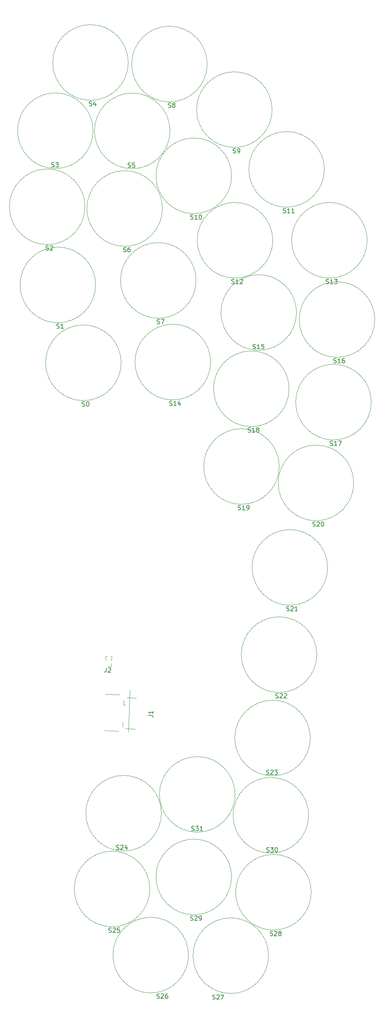
<source format=gto>
G04 #@! TF.GenerationSoftware,KiCad,Pcbnew,(5.0.0)*
G04 #@! TF.CreationDate,2020-01-12T10:50:59+01:00*
G04 #@! TF.ProjectId,Insole_PCB,496E736F6C655F5043422E6B69636164,rev?*
G04 #@! TF.SameCoordinates,Original*
G04 #@! TF.FileFunction,Legend,Top*
G04 #@! TF.FilePolarity,Positive*
%FSLAX46Y46*%
G04 Gerber Fmt 4.6, Leading zero omitted, Abs format (unit mm)*
G04 Created by KiCad (PCBNEW (5.0.0)) date 01/12/20 10:50:59*
%MOMM*%
%LPD*%
G01*
G04 APERTURE LIST*
%ADD10C,0.100000*%
%ADD11C,0.120000*%
%ADD12C,0.010000*%
%ADD13C,0.150000*%
G04 APERTURE END LIST*
D10*
G04 #@! TO.C,S4*
X191359453Y-57890707D02*
G75*
G03X191359453Y-57890707I-8500000J0D01*
G01*
G04 #@! TO.C,S9*
X223719453Y-68480707D02*
G75*
G03X223719453Y-68480707I-8500000J0D01*
G01*
D11*
G04 #@! TO.C,J2*
X187504977Y-193592519D02*
X186811670Y-193544038D01*
X187552760Y-192909188D02*
X187504977Y-193592519D01*
X186300442Y-192134944D02*
X186213929Y-192128895D01*
X187600543Y-192225856D02*
X187514030Y-192219807D01*
X186213929Y-192128895D02*
X186274966Y-191256026D01*
X187600543Y-192225856D02*
X187661580Y-191352988D01*
X186574741Y-191276989D02*
X186274966Y-191256026D01*
X187661580Y-191352988D02*
X187361805Y-191332026D01*
D12*
G04 #@! TO.C,J1*
X191037937Y-200592742D02*
X193186628Y-200667776D01*
X190747161Y-207486794D02*
X192945821Y-207563573D01*
X191420560Y-208260767D02*
X191746871Y-198916462D01*
D11*
X186213577Y-199773875D02*
X189441609Y-199886601D01*
X190328814Y-201128320D02*
X190291123Y-202207662D01*
X190144672Y-206114932D02*
X190106980Y-207194274D01*
X185927401Y-207968880D02*
X189155433Y-208081606D01*
X190291123Y-202207662D02*
X190720861Y-202222669D01*
D10*
G04 #@! TO.C,S0*
X189759453Y-125350707D02*
G75*
G03X189759453Y-125350707I-8500000J0D01*
G01*
G04 #@! TO.C,S1*
X184019453Y-107860707D02*
G75*
G03X184019453Y-107860707I-8500000J0D01*
G01*
G04 #@! TO.C,S2*
X181619453Y-90310707D02*
G75*
G03X181619453Y-90310707I-8500000J0D01*
G01*
G04 #@! TO.C,S3*
X183449453Y-73220707D02*
G75*
G03X183449453Y-73220707I-8500000J0D01*
G01*
G04 #@! TO.C,S5*
X200749453Y-73260707D02*
G75*
G03X200749453Y-73260707I-8500000J0D01*
G01*
G04 #@! TO.C,S6*
X199049453Y-90690707D02*
G75*
G03X199049453Y-90690707I-8500000J0D01*
G01*
G04 #@! TO.C,S7*
X206609453Y-106850707D02*
G75*
G03X206609453Y-106850707I-8500000J0D01*
G01*
G04 #@! TO.C,S8*
X209119453Y-58240707D02*
G75*
G03X209119453Y-58240707I-8500000J0D01*
G01*
G04 #@! TO.C,S10*
X214599453Y-83350707D02*
G75*
G03X214599453Y-83350707I-8500000J0D01*
G01*
G04 #@! TO.C,S11*
X235459453Y-81900707D02*
G75*
G03X235459453Y-81900707I-8500000J0D01*
G01*
G04 #@! TO.C,S12*
X223859453Y-97830707D02*
G75*
G03X223859453Y-97830707I-8500000J0D01*
G01*
G04 #@! TO.C,S13*
X245099453Y-97830707D02*
G75*
G03X245099453Y-97830707I-8500000J0D01*
G01*
G04 #@! TO.C,S14*
X209879453Y-125190707D02*
G75*
G03X209879453Y-125190707I-8500000J0D01*
G01*
G04 #@! TO.C,S15*
X229199453Y-114060707D02*
G75*
G03X229199453Y-114060707I-8500000J0D01*
G01*
G04 #@! TO.C,S16*
X246799453Y-115640707D02*
G75*
G03X246799453Y-115640707I-8500000J0D01*
G01*
G04 #@! TO.C,S17*
X246009453Y-134190707D02*
G75*
G03X246009453Y-134190707I-8500000J0D01*
G01*
G04 #@! TO.C,S18*
X227529453Y-131190707D02*
G75*
G03X227529453Y-131190707I-8500000J0D01*
G01*
G04 #@! TO.C,S19*
X225309453Y-148650707D02*
G75*
G03X225309453Y-148650707I-8500000J0D01*
G01*
G04 #@! TO.C,S20*
X242069453Y-152340707D02*
G75*
G03X242069453Y-152340707I-8500000J0D01*
G01*
G04 #@! TO.C,S21*
X236199453Y-171330707D02*
G75*
G03X236199453Y-171330707I-8500000J0D01*
G01*
G04 #@! TO.C,S22*
X233759453Y-190920707D02*
G75*
G03X233759453Y-190920707I-8500000J0D01*
G01*
G04 #@! TO.C,S23*
X232309453Y-209640707D02*
G75*
G03X232309453Y-209640707I-8500000J0D01*
G01*
G04 #@! TO.C,S24*
X198809453Y-226540707D02*
G75*
G03X198809453Y-226540707I-8500000J0D01*
G01*
G04 #@! TO.C,S25*
X196209453Y-243560707D02*
G75*
G03X196209453Y-243560707I-8500000J0D01*
G01*
G04 #@! TO.C,S26*
X204899453Y-258410707D02*
G75*
G03X204899453Y-258410707I-8500000J0D01*
G01*
G04 #@! TO.C,S27*
X222909453Y-258540707D02*
G75*
G03X222909453Y-258540707I-8500000J0D01*
G01*
G04 #@! TO.C,S28*
X232499453Y-244290707D02*
G75*
G03X232499453Y-244290707I-8500000J0D01*
G01*
G04 #@! TO.C,S29*
X214589453Y-240860707D02*
G75*
G03X214589453Y-240860707I-8500000J0D01*
G01*
G04 #@! TO.C,S30*
X231929453Y-227010707D02*
G75*
G03X231929453Y-227010707I-8500000J0D01*
G01*
G04 #@! TO.C,S31*
X215369453Y-222320707D02*
G75*
G03X215369453Y-222320707I-8500000J0D01*
G01*
G04 #@! TO.C,S4*
D13*
X182597548Y-67595468D02*
X182740405Y-67643087D01*
X182978500Y-67643087D01*
X183073738Y-67595468D01*
X183121357Y-67547849D01*
X183168976Y-67452611D01*
X183168976Y-67357373D01*
X183121357Y-67262135D01*
X183073738Y-67214516D01*
X182978500Y-67166897D01*
X182788024Y-67119278D01*
X182692786Y-67071659D01*
X182645167Y-67024040D01*
X182597548Y-66928802D01*
X182597548Y-66833564D01*
X182645167Y-66738326D01*
X182692786Y-66690707D01*
X182788024Y-66643087D01*
X183026119Y-66643087D01*
X183168976Y-66690707D01*
X184026119Y-66976421D02*
X184026119Y-67643087D01*
X183788024Y-66595468D02*
X183549929Y-67309754D01*
X184168976Y-67309754D01*
G04 #@! TO.C,S9*
X214957548Y-78185468D02*
X215100405Y-78233087D01*
X215338500Y-78233087D01*
X215433738Y-78185468D01*
X215481357Y-78137849D01*
X215528976Y-78042611D01*
X215528976Y-77947373D01*
X215481357Y-77852135D01*
X215433738Y-77804516D01*
X215338500Y-77756897D01*
X215148024Y-77709278D01*
X215052786Y-77661659D01*
X215005167Y-77614040D01*
X214957548Y-77518802D01*
X214957548Y-77423564D01*
X215005167Y-77328326D01*
X215052786Y-77280707D01*
X215148024Y-77233087D01*
X215386119Y-77233087D01*
X215528976Y-77280707D01*
X216005167Y-78233087D02*
X216195643Y-78233087D01*
X216290881Y-78185468D01*
X216338500Y-78137849D01*
X216433738Y-77994992D01*
X216481357Y-77804516D01*
X216481357Y-77423564D01*
X216433738Y-77328326D01*
X216386119Y-77280707D01*
X216290881Y-77233087D01*
X216100405Y-77233087D01*
X216005167Y-77280707D01*
X215957548Y-77328326D01*
X215909929Y-77423564D01*
X215909929Y-77661659D01*
X215957548Y-77756897D01*
X216005167Y-77804516D01*
X216100405Y-77852135D01*
X216290881Y-77852135D01*
X216386119Y-77804516D01*
X216433738Y-77756897D01*
X216481357Y-77661659D01*
G04 #@! TO.C,J2*
X186456311Y-193847369D02*
X186406485Y-194559915D01*
X186349017Y-194699102D01*
X186247367Y-194787465D01*
X186101536Y-194825003D01*
X186006530Y-194818359D01*
X186877195Y-193972271D02*
X186928020Y-193928090D01*
X187026348Y-193887230D01*
X187263863Y-193903839D01*
X187355547Y-193957985D01*
X187399729Y-194008810D01*
X187440588Y-194107138D01*
X187433945Y-194202144D01*
X187376476Y-194341331D01*
X186766579Y-194871507D01*
X187384119Y-194914690D01*
G04 #@! TO.C,J1*
X195905234Y-204548351D02*
X196619084Y-204573279D01*
X196760193Y-204625855D01*
X196852049Y-204724359D01*
X196894653Y-204868791D01*
X196891330Y-204963971D01*
X196939524Y-203583860D02*
X196919582Y-204154940D01*
X196929553Y-203869400D02*
X195930162Y-203834501D01*
X196069608Y-203934666D01*
X196161465Y-204033170D01*
X196205731Y-204130012D01*
G04 #@! TO.C,S0*
X180997548Y-135055468D02*
X181140405Y-135103087D01*
X181378500Y-135103087D01*
X181473738Y-135055468D01*
X181521357Y-135007849D01*
X181568976Y-134912611D01*
X181568976Y-134817373D01*
X181521357Y-134722135D01*
X181473738Y-134674516D01*
X181378500Y-134626897D01*
X181188024Y-134579278D01*
X181092786Y-134531659D01*
X181045167Y-134484040D01*
X180997548Y-134388802D01*
X180997548Y-134293564D01*
X181045167Y-134198326D01*
X181092786Y-134150707D01*
X181188024Y-134103087D01*
X181426119Y-134103087D01*
X181568976Y-134150707D01*
X182188024Y-134103087D02*
X182283262Y-134103087D01*
X182378500Y-134150707D01*
X182426119Y-134198326D01*
X182473738Y-134293564D01*
X182521357Y-134484040D01*
X182521357Y-134722135D01*
X182473738Y-134912611D01*
X182426119Y-135007849D01*
X182378500Y-135055468D01*
X182283262Y-135103087D01*
X182188024Y-135103087D01*
X182092786Y-135055468D01*
X182045167Y-135007849D01*
X181997548Y-134912611D01*
X181949929Y-134722135D01*
X181949929Y-134484040D01*
X181997548Y-134293564D01*
X182045167Y-134198326D01*
X182092786Y-134150707D01*
X182188024Y-134103087D01*
G04 #@! TO.C,S1*
X175257548Y-117565468D02*
X175400405Y-117613087D01*
X175638500Y-117613087D01*
X175733738Y-117565468D01*
X175781357Y-117517849D01*
X175828976Y-117422611D01*
X175828976Y-117327373D01*
X175781357Y-117232135D01*
X175733738Y-117184516D01*
X175638500Y-117136897D01*
X175448024Y-117089278D01*
X175352786Y-117041659D01*
X175305167Y-116994040D01*
X175257548Y-116898802D01*
X175257548Y-116803564D01*
X175305167Y-116708326D01*
X175352786Y-116660707D01*
X175448024Y-116613087D01*
X175686119Y-116613087D01*
X175828976Y-116660707D01*
X176781357Y-117613087D02*
X176209929Y-117613087D01*
X176495643Y-117613087D02*
X176495643Y-116613087D01*
X176400405Y-116755945D01*
X176305167Y-116851183D01*
X176209929Y-116898802D01*
G04 #@! TO.C,S2*
X172857548Y-100015468D02*
X173000405Y-100063087D01*
X173238500Y-100063087D01*
X173333738Y-100015468D01*
X173381357Y-99967849D01*
X173428976Y-99872611D01*
X173428976Y-99777373D01*
X173381357Y-99682135D01*
X173333738Y-99634516D01*
X173238500Y-99586897D01*
X173048024Y-99539278D01*
X172952786Y-99491659D01*
X172905167Y-99444040D01*
X172857548Y-99348802D01*
X172857548Y-99253564D01*
X172905167Y-99158326D01*
X172952786Y-99110707D01*
X173048024Y-99063087D01*
X173286119Y-99063087D01*
X173428976Y-99110707D01*
X173809929Y-99158326D02*
X173857548Y-99110707D01*
X173952786Y-99063087D01*
X174190881Y-99063087D01*
X174286119Y-99110707D01*
X174333738Y-99158326D01*
X174381357Y-99253564D01*
X174381357Y-99348802D01*
X174333738Y-99491659D01*
X173762310Y-100063087D01*
X174381357Y-100063087D01*
G04 #@! TO.C,S3*
X174127548Y-81325468D02*
X174270405Y-81373087D01*
X174508500Y-81373087D01*
X174603738Y-81325468D01*
X174651357Y-81277849D01*
X174698976Y-81182611D01*
X174698976Y-81087373D01*
X174651357Y-80992135D01*
X174603738Y-80944516D01*
X174508500Y-80896897D01*
X174318024Y-80849278D01*
X174222786Y-80801659D01*
X174175167Y-80754040D01*
X174127548Y-80658802D01*
X174127548Y-80563564D01*
X174175167Y-80468326D01*
X174222786Y-80420707D01*
X174318024Y-80373087D01*
X174556119Y-80373087D01*
X174698976Y-80420707D01*
X175032310Y-80373087D02*
X175651357Y-80373087D01*
X175318024Y-80754040D01*
X175460881Y-80754040D01*
X175556119Y-80801659D01*
X175603738Y-80849278D01*
X175651357Y-80944516D01*
X175651357Y-81182611D01*
X175603738Y-81277849D01*
X175556119Y-81325468D01*
X175460881Y-81373087D01*
X175175167Y-81373087D01*
X175079929Y-81325468D01*
X175032310Y-81277849D01*
G04 #@! TO.C,S5*
X191317548Y-81425468D02*
X191460405Y-81473087D01*
X191698500Y-81473087D01*
X191793738Y-81425468D01*
X191841357Y-81377849D01*
X191888976Y-81282611D01*
X191888976Y-81187373D01*
X191841357Y-81092135D01*
X191793738Y-81044516D01*
X191698500Y-80996897D01*
X191508024Y-80949278D01*
X191412786Y-80901659D01*
X191365167Y-80854040D01*
X191317548Y-80758802D01*
X191317548Y-80663564D01*
X191365167Y-80568326D01*
X191412786Y-80520707D01*
X191508024Y-80473087D01*
X191746119Y-80473087D01*
X191888976Y-80520707D01*
X192793738Y-80473087D02*
X192317548Y-80473087D01*
X192269929Y-80949278D01*
X192317548Y-80901659D01*
X192412786Y-80854040D01*
X192650881Y-80854040D01*
X192746119Y-80901659D01*
X192793738Y-80949278D01*
X192841357Y-81044516D01*
X192841357Y-81282611D01*
X192793738Y-81377849D01*
X192746119Y-81425468D01*
X192650881Y-81473087D01*
X192412786Y-81473087D01*
X192317548Y-81425468D01*
X192269929Y-81377849D01*
G04 #@! TO.C,S6*
X190287548Y-100395468D02*
X190430405Y-100443087D01*
X190668500Y-100443087D01*
X190763738Y-100395468D01*
X190811357Y-100347849D01*
X190858976Y-100252611D01*
X190858976Y-100157373D01*
X190811357Y-100062135D01*
X190763738Y-100014516D01*
X190668500Y-99966897D01*
X190478024Y-99919278D01*
X190382786Y-99871659D01*
X190335167Y-99824040D01*
X190287548Y-99728802D01*
X190287548Y-99633564D01*
X190335167Y-99538326D01*
X190382786Y-99490707D01*
X190478024Y-99443087D01*
X190716119Y-99443087D01*
X190858976Y-99490707D01*
X191716119Y-99443087D02*
X191525643Y-99443087D01*
X191430405Y-99490707D01*
X191382786Y-99538326D01*
X191287548Y-99681183D01*
X191239929Y-99871659D01*
X191239929Y-100252611D01*
X191287548Y-100347849D01*
X191335167Y-100395468D01*
X191430405Y-100443087D01*
X191620881Y-100443087D01*
X191716119Y-100395468D01*
X191763738Y-100347849D01*
X191811357Y-100252611D01*
X191811357Y-100014516D01*
X191763738Y-99919278D01*
X191716119Y-99871659D01*
X191620881Y-99824040D01*
X191430405Y-99824040D01*
X191335167Y-99871659D01*
X191287548Y-99919278D01*
X191239929Y-100014516D01*
G04 #@! TO.C,S7*
X197847548Y-116555468D02*
X197990405Y-116603087D01*
X198228500Y-116603087D01*
X198323738Y-116555468D01*
X198371357Y-116507849D01*
X198418976Y-116412611D01*
X198418976Y-116317373D01*
X198371357Y-116222135D01*
X198323738Y-116174516D01*
X198228500Y-116126897D01*
X198038024Y-116079278D01*
X197942786Y-116031659D01*
X197895167Y-115984040D01*
X197847548Y-115888802D01*
X197847548Y-115793564D01*
X197895167Y-115698326D01*
X197942786Y-115650707D01*
X198038024Y-115603087D01*
X198276119Y-115603087D01*
X198418976Y-115650707D01*
X198752310Y-115603087D02*
X199418976Y-115603087D01*
X198990405Y-116603087D01*
G04 #@! TO.C,S8*
X200357548Y-67945468D02*
X200500405Y-67993087D01*
X200738500Y-67993087D01*
X200833738Y-67945468D01*
X200881357Y-67897849D01*
X200928976Y-67802611D01*
X200928976Y-67707373D01*
X200881357Y-67612135D01*
X200833738Y-67564516D01*
X200738500Y-67516897D01*
X200548024Y-67469278D01*
X200452786Y-67421659D01*
X200405167Y-67374040D01*
X200357548Y-67278802D01*
X200357548Y-67183564D01*
X200405167Y-67088326D01*
X200452786Y-67040707D01*
X200548024Y-66993087D01*
X200786119Y-66993087D01*
X200928976Y-67040707D01*
X201500405Y-67421659D02*
X201405167Y-67374040D01*
X201357548Y-67326421D01*
X201309929Y-67231183D01*
X201309929Y-67183564D01*
X201357548Y-67088326D01*
X201405167Y-67040707D01*
X201500405Y-66993087D01*
X201690881Y-66993087D01*
X201786119Y-67040707D01*
X201833738Y-67088326D01*
X201881357Y-67183564D01*
X201881357Y-67231183D01*
X201833738Y-67326421D01*
X201786119Y-67374040D01*
X201690881Y-67421659D01*
X201500405Y-67421659D01*
X201405167Y-67469278D01*
X201357548Y-67516897D01*
X201309929Y-67612135D01*
X201309929Y-67802611D01*
X201357548Y-67897849D01*
X201405167Y-67945468D01*
X201500405Y-67993087D01*
X201690881Y-67993087D01*
X201786119Y-67945468D01*
X201833738Y-67897849D01*
X201881357Y-67802611D01*
X201881357Y-67612135D01*
X201833738Y-67516897D01*
X201786119Y-67469278D01*
X201690881Y-67421659D01*
G04 #@! TO.C,S10*
X205361357Y-93055468D02*
X205504214Y-93103087D01*
X205742310Y-93103087D01*
X205837548Y-93055468D01*
X205885167Y-93007849D01*
X205932786Y-92912611D01*
X205932786Y-92817373D01*
X205885167Y-92722135D01*
X205837548Y-92674516D01*
X205742310Y-92626897D01*
X205551833Y-92579278D01*
X205456595Y-92531659D01*
X205408976Y-92484040D01*
X205361357Y-92388802D01*
X205361357Y-92293564D01*
X205408976Y-92198326D01*
X205456595Y-92150707D01*
X205551833Y-92103087D01*
X205789929Y-92103087D01*
X205932786Y-92150707D01*
X206885167Y-93103087D02*
X206313738Y-93103087D01*
X206599453Y-93103087D02*
X206599453Y-92103087D01*
X206504214Y-92245945D01*
X206408976Y-92341183D01*
X206313738Y-92388802D01*
X207504214Y-92103087D02*
X207599453Y-92103087D01*
X207694691Y-92150707D01*
X207742310Y-92198326D01*
X207789929Y-92293564D01*
X207837548Y-92484040D01*
X207837548Y-92722135D01*
X207789929Y-92912611D01*
X207742310Y-93007849D01*
X207694691Y-93055468D01*
X207599453Y-93103087D01*
X207504214Y-93103087D01*
X207408976Y-93055468D01*
X207361357Y-93007849D01*
X207313738Y-92912611D01*
X207266119Y-92722135D01*
X207266119Y-92484040D01*
X207313738Y-92293564D01*
X207361357Y-92198326D01*
X207408976Y-92150707D01*
X207504214Y-92103087D01*
G04 #@! TO.C,S11*
X226221357Y-91605468D02*
X226364214Y-91653087D01*
X226602310Y-91653087D01*
X226697548Y-91605468D01*
X226745167Y-91557849D01*
X226792786Y-91462611D01*
X226792786Y-91367373D01*
X226745167Y-91272135D01*
X226697548Y-91224516D01*
X226602310Y-91176897D01*
X226411833Y-91129278D01*
X226316595Y-91081659D01*
X226268976Y-91034040D01*
X226221357Y-90938802D01*
X226221357Y-90843564D01*
X226268976Y-90748326D01*
X226316595Y-90700707D01*
X226411833Y-90653087D01*
X226649929Y-90653087D01*
X226792786Y-90700707D01*
X227745167Y-91653087D02*
X227173738Y-91653087D01*
X227459453Y-91653087D02*
X227459453Y-90653087D01*
X227364214Y-90795945D01*
X227268976Y-90891183D01*
X227173738Y-90938802D01*
X228697548Y-91653087D02*
X228126119Y-91653087D01*
X228411833Y-91653087D02*
X228411833Y-90653087D01*
X228316595Y-90795945D01*
X228221357Y-90891183D01*
X228126119Y-90938802D01*
G04 #@! TO.C,S12*
X214621357Y-107535468D02*
X214764214Y-107583087D01*
X215002310Y-107583087D01*
X215097548Y-107535468D01*
X215145167Y-107487849D01*
X215192786Y-107392611D01*
X215192786Y-107297373D01*
X215145167Y-107202135D01*
X215097548Y-107154516D01*
X215002310Y-107106897D01*
X214811833Y-107059278D01*
X214716595Y-107011659D01*
X214668976Y-106964040D01*
X214621357Y-106868802D01*
X214621357Y-106773564D01*
X214668976Y-106678326D01*
X214716595Y-106630707D01*
X214811833Y-106583087D01*
X215049929Y-106583087D01*
X215192786Y-106630707D01*
X216145167Y-107583087D02*
X215573738Y-107583087D01*
X215859453Y-107583087D02*
X215859453Y-106583087D01*
X215764214Y-106725945D01*
X215668976Y-106821183D01*
X215573738Y-106868802D01*
X216526119Y-106678326D02*
X216573738Y-106630707D01*
X216668976Y-106583087D01*
X216907072Y-106583087D01*
X217002310Y-106630707D01*
X217049929Y-106678326D01*
X217097548Y-106773564D01*
X217097548Y-106868802D01*
X217049929Y-107011659D01*
X216478500Y-107583087D01*
X217097548Y-107583087D01*
G04 #@! TO.C,S13*
X235861357Y-107535468D02*
X236004214Y-107583087D01*
X236242310Y-107583087D01*
X236337548Y-107535468D01*
X236385167Y-107487849D01*
X236432786Y-107392611D01*
X236432786Y-107297373D01*
X236385167Y-107202135D01*
X236337548Y-107154516D01*
X236242310Y-107106897D01*
X236051833Y-107059278D01*
X235956595Y-107011659D01*
X235908976Y-106964040D01*
X235861357Y-106868802D01*
X235861357Y-106773564D01*
X235908976Y-106678326D01*
X235956595Y-106630707D01*
X236051833Y-106583087D01*
X236289929Y-106583087D01*
X236432786Y-106630707D01*
X237385167Y-107583087D02*
X236813738Y-107583087D01*
X237099453Y-107583087D02*
X237099453Y-106583087D01*
X237004214Y-106725945D01*
X236908976Y-106821183D01*
X236813738Y-106868802D01*
X237718500Y-106583087D02*
X238337548Y-106583087D01*
X238004214Y-106964040D01*
X238147072Y-106964040D01*
X238242310Y-107011659D01*
X238289929Y-107059278D01*
X238337548Y-107154516D01*
X238337548Y-107392611D01*
X238289929Y-107487849D01*
X238242310Y-107535468D01*
X238147072Y-107583087D01*
X237861357Y-107583087D01*
X237766119Y-107535468D01*
X237718500Y-107487849D01*
G04 #@! TO.C,S14*
X200641357Y-134895468D02*
X200784214Y-134943087D01*
X201022310Y-134943087D01*
X201117548Y-134895468D01*
X201165167Y-134847849D01*
X201212786Y-134752611D01*
X201212786Y-134657373D01*
X201165167Y-134562135D01*
X201117548Y-134514516D01*
X201022310Y-134466897D01*
X200831833Y-134419278D01*
X200736595Y-134371659D01*
X200688976Y-134324040D01*
X200641357Y-134228802D01*
X200641357Y-134133564D01*
X200688976Y-134038326D01*
X200736595Y-133990707D01*
X200831833Y-133943087D01*
X201069929Y-133943087D01*
X201212786Y-133990707D01*
X202165167Y-134943087D02*
X201593738Y-134943087D01*
X201879453Y-134943087D02*
X201879453Y-133943087D01*
X201784214Y-134085945D01*
X201688976Y-134181183D01*
X201593738Y-134228802D01*
X203022310Y-134276421D02*
X203022310Y-134943087D01*
X202784214Y-133895468D02*
X202546119Y-134609754D01*
X203165167Y-134609754D01*
G04 #@! TO.C,S15*
X219421357Y-122155468D02*
X219564214Y-122203087D01*
X219802310Y-122203087D01*
X219897548Y-122155468D01*
X219945167Y-122107849D01*
X219992786Y-122012611D01*
X219992786Y-121917373D01*
X219945167Y-121822135D01*
X219897548Y-121774516D01*
X219802310Y-121726897D01*
X219611833Y-121679278D01*
X219516595Y-121631659D01*
X219468976Y-121584040D01*
X219421357Y-121488802D01*
X219421357Y-121393564D01*
X219468976Y-121298326D01*
X219516595Y-121250707D01*
X219611833Y-121203087D01*
X219849929Y-121203087D01*
X219992786Y-121250707D01*
X220945167Y-122203087D02*
X220373738Y-122203087D01*
X220659453Y-122203087D02*
X220659453Y-121203087D01*
X220564214Y-121345945D01*
X220468976Y-121441183D01*
X220373738Y-121488802D01*
X221849929Y-121203087D02*
X221373738Y-121203087D01*
X221326119Y-121679278D01*
X221373738Y-121631659D01*
X221468976Y-121584040D01*
X221707072Y-121584040D01*
X221802310Y-121631659D01*
X221849929Y-121679278D01*
X221897548Y-121774516D01*
X221897548Y-122012611D01*
X221849929Y-122107849D01*
X221802310Y-122155468D01*
X221707072Y-122203087D01*
X221468976Y-122203087D01*
X221373738Y-122155468D01*
X221326119Y-122107849D01*
G04 #@! TO.C,S16*
X237561357Y-125345468D02*
X237704214Y-125393087D01*
X237942310Y-125393087D01*
X238037548Y-125345468D01*
X238085167Y-125297849D01*
X238132786Y-125202611D01*
X238132786Y-125107373D01*
X238085167Y-125012135D01*
X238037548Y-124964516D01*
X237942310Y-124916897D01*
X237751833Y-124869278D01*
X237656595Y-124821659D01*
X237608976Y-124774040D01*
X237561357Y-124678802D01*
X237561357Y-124583564D01*
X237608976Y-124488326D01*
X237656595Y-124440707D01*
X237751833Y-124393087D01*
X237989929Y-124393087D01*
X238132786Y-124440707D01*
X239085167Y-125393087D02*
X238513738Y-125393087D01*
X238799453Y-125393087D02*
X238799453Y-124393087D01*
X238704214Y-124535945D01*
X238608976Y-124631183D01*
X238513738Y-124678802D01*
X239942310Y-124393087D02*
X239751833Y-124393087D01*
X239656595Y-124440707D01*
X239608976Y-124488326D01*
X239513738Y-124631183D01*
X239466119Y-124821659D01*
X239466119Y-125202611D01*
X239513738Y-125297849D01*
X239561357Y-125345468D01*
X239656595Y-125393087D01*
X239847072Y-125393087D01*
X239942310Y-125345468D01*
X239989929Y-125297849D01*
X240037548Y-125202611D01*
X240037548Y-124964516D01*
X239989929Y-124869278D01*
X239942310Y-124821659D01*
X239847072Y-124774040D01*
X239656595Y-124774040D01*
X239561357Y-124821659D01*
X239513738Y-124869278D01*
X239466119Y-124964516D01*
G04 #@! TO.C,S17*
X236771357Y-143895468D02*
X236914214Y-143943087D01*
X237152310Y-143943087D01*
X237247548Y-143895468D01*
X237295167Y-143847849D01*
X237342786Y-143752611D01*
X237342786Y-143657373D01*
X237295167Y-143562135D01*
X237247548Y-143514516D01*
X237152310Y-143466897D01*
X236961833Y-143419278D01*
X236866595Y-143371659D01*
X236818976Y-143324040D01*
X236771357Y-143228802D01*
X236771357Y-143133564D01*
X236818976Y-143038326D01*
X236866595Y-142990707D01*
X236961833Y-142943087D01*
X237199929Y-142943087D01*
X237342786Y-142990707D01*
X238295167Y-143943087D02*
X237723738Y-143943087D01*
X238009453Y-143943087D02*
X238009453Y-142943087D01*
X237914214Y-143085945D01*
X237818976Y-143181183D01*
X237723738Y-143228802D01*
X238628500Y-142943087D02*
X239295167Y-142943087D01*
X238866595Y-143943087D01*
G04 #@! TO.C,S18*
X218291357Y-140895468D02*
X218434214Y-140943087D01*
X218672310Y-140943087D01*
X218767548Y-140895468D01*
X218815167Y-140847849D01*
X218862786Y-140752611D01*
X218862786Y-140657373D01*
X218815167Y-140562135D01*
X218767548Y-140514516D01*
X218672310Y-140466897D01*
X218481833Y-140419278D01*
X218386595Y-140371659D01*
X218338976Y-140324040D01*
X218291357Y-140228802D01*
X218291357Y-140133564D01*
X218338976Y-140038326D01*
X218386595Y-139990707D01*
X218481833Y-139943087D01*
X218719929Y-139943087D01*
X218862786Y-139990707D01*
X219815167Y-140943087D02*
X219243738Y-140943087D01*
X219529453Y-140943087D02*
X219529453Y-139943087D01*
X219434214Y-140085945D01*
X219338976Y-140181183D01*
X219243738Y-140228802D01*
X220386595Y-140371659D02*
X220291357Y-140324040D01*
X220243738Y-140276421D01*
X220196119Y-140181183D01*
X220196119Y-140133564D01*
X220243738Y-140038326D01*
X220291357Y-139990707D01*
X220386595Y-139943087D01*
X220577072Y-139943087D01*
X220672310Y-139990707D01*
X220719929Y-140038326D01*
X220767548Y-140133564D01*
X220767548Y-140181183D01*
X220719929Y-140276421D01*
X220672310Y-140324040D01*
X220577072Y-140371659D01*
X220386595Y-140371659D01*
X220291357Y-140419278D01*
X220243738Y-140466897D01*
X220196119Y-140562135D01*
X220196119Y-140752611D01*
X220243738Y-140847849D01*
X220291357Y-140895468D01*
X220386595Y-140943087D01*
X220577072Y-140943087D01*
X220672310Y-140895468D01*
X220719929Y-140847849D01*
X220767548Y-140752611D01*
X220767548Y-140562135D01*
X220719929Y-140466897D01*
X220672310Y-140419278D01*
X220577072Y-140371659D01*
G04 #@! TO.C,S19*
X216071357Y-158355468D02*
X216214214Y-158403087D01*
X216452310Y-158403087D01*
X216547548Y-158355468D01*
X216595167Y-158307849D01*
X216642786Y-158212611D01*
X216642786Y-158117373D01*
X216595167Y-158022135D01*
X216547548Y-157974516D01*
X216452310Y-157926897D01*
X216261833Y-157879278D01*
X216166595Y-157831659D01*
X216118976Y-157784040D01*
X216071357Y-157688802D01*
X216071357Y-157593564D01*
X216118976Y-157498326D01*
X216166595Y-157450707D01*
X216261833Y-157403087D01*
X216499929Y-157403087D01*
X216642786Y-157450707D01*
X217595167Y-158403087D02*
X217023738Y-158403087D01*
X217309453Y-158403087D02*
X217309453Y-157403087D01*
X217214214Y-157545945D01*
X217118976Y-157641183D01*
X217023738Y-157688802D01*
X218071357Y-158403087D02*
X218261833Y-158403087D01*
X218357072Y-158355468D01*
X218404691Y-158307849D01*
X218499929Y-158164992D01*
X218547548Y-157974516D01*
X218547548Y-157593564D01*
X218499929Y-157498326D01*
X218452310Y-157450707D01*
X218357072Y-157403087D01*
X218166595Y-157403087D01*
X218071357Y-157450707D01*
X218023738Y-157498326D01*
X217976119Y-157593564D01*
X217976119Y-157831659D01*
X218023738Y-157926897D01*
X218071357Y-157974516D01*
X218166595Y-158022135D01*
X218357072Y-158022135D01*
X218452310Y-157974516D01*
X218499929Y-157926897D01*
X218547548Y-157831659D01*
G04 #@! TO.C,S20*
X232831357Y-162045468D02*
X232974214Y-162093087D01*
X233212310Y-162093087D01*
X233307548Y-162045468D01*
X233355167Y-161997849D01*
X233402786Y-161902611D01*
X233402786Y-161807373D01*
X233355167Y-161712135D01*
X233307548Y-161664516D01*
X233212310Y-161616897D01*
X233021833Y-161569278D01*
X232926595Y-161521659D01*
X232878976Y-161474040D01*
X232831357Y-161378802D01*
X232831357Y-161283564D01*
X232878976Y-161188326D01*
X232926595Y-161140707D01*
X233021833Y-161093087D01*
X233259929Y-161093087D01*
X233402786Y-161140707D01*
X233783738Y-161188326D02*
X233831357Y-161140707D01*
X233926595Y-161093087D01*
X234164691Y-161093087D01*
X234259929Y-161140707D01*
X234307548Y-161188326D01*
X234355167Y-161283564D01*
X234355167Y-161378802D01*
X234307548Y-161521659D01*
X233736119Y-162093087D01*
X234355167Y-162093087D01*
X234974214Y-161093087D02*
X235069453Y-161093087D01*
X235164691Y-161140707D01*
X235212310Y-161188326D01*
X235259929Y-161283564D01*
X235307548Y-161474040D01*
X235307548Y-161712135D01*
X235259929Y-161902611D01*
X235212310Y-161997849D01*
X235164691Y-162045468D01*
X235069453Y-162093087D01*
X234974214Y-162093087D01*
X234878976Y-162045468D01*
X234831357Y-161997849D01*
X234783738Y-161902611D01*
X234736119Y-161712135D01*
X234736119Y-161474040D01*
X234783738Y-161283564D01*
X234831357Y-161188326D01*
X234878976Y-161140707D01*
X234974214Y-161093087D01*
G04 #@! TO.C,S21*
X226961357Y-181035468D02*
X227104214Y-181083087D01*
X227342310Y-181083087D01*
X227437548Y-181035468D01*
X227485167Y-180987849D01*
X227532786Y-180892611D01*
X227532786Y-180797373D01*
X227485167Y-180702135D01*
X227437548Y-180654516D01*
X227342310Y-180606897D01*
X227151833Y-180559278D01*
X227056595Y-180511659D01*
X227008976Y-180464040D01*
X226961357Y-180368802D01*
X226961357Y-180273564D01*
X227008976Y-180178326D01*
X227056595Y-180130707D01*
X227151833Y-180083087D01*
X227389929Y-180083087D01*
X227532786Y-180130707D01*
X227913738Y-180178326D02*
X227961357Y-180130707D01*
X228056595Y-180083087D01*
X228294691Y-180083087D01*
X228389929Y-180130707D01*
X228437548Y-180178326D01*
X228485167Y-180273564D01*
X228485167Y-180368802D01*
X228437548Y-180511659D01*
X227866119Y-181083087D01*
X228485167Y-181083087D01*
X229437548Y-181083087D02*
X228866119Y-181083087D01*
X229151833Y-181083087D02*
X229151833Y-180083087D01*
X229056595Y-180225945D01*
X228961357Y-180321183D01*
X228866119Y-180368802D01*
G04 #@! TO.C,S22*
X224521357Y-200625468D02*
X224664214Y-200673087D01*
X224902310Y-200673087D01*
X224997548Y-200625468D01*
X225045167Y-200577849D01*
X225092786Y-200482611D01*
X225092786Y-200387373D01*
X225045167Y-200292135D01*
X224997548Y-200244516D01*
X224902310Y-200196897D01*
X224711833Y-200149278D01*
X224616595Y-200101659D01*
X224568976Y-200054040D01*
X224521357Y-199958802D01*
X224521357Y-199863564D01*
X224568976Y-199768326D01*
X224616595Y-199720707D01*
X224711833Y-199673087D01*
X224949929Y-199673087D01*
X225092786Y-199720707D01*
X225473738Y-199768326D02*
X225521357Y-199720707D01*
X225616595Y-199673087D01*
X225854691Y-199673087D01*
X225949929Y-199720707D01*
X225997548Y-199768326D01*
X226045167Y-199863564D01*
X226045167Y-199958802D01*
X225997548Y-200101659D01*
X225426119Y-200673087D01*
X226045167Y-200673087D01*
X226426119Y-199768326D02*
X226473738Y-199720707D01*
X226568976Y-199673087D01*
X226807072Y-199673087D01*
X226902310Y-199720707D01*
X226949929Y-199768326D01*
X226997548Y-199863564D01*
X226997548Y-199958802D01*
X226949929Y-200101659D01*
X226378500Y-200673087D01*
X226997548Y-200673087D01*
G04 #@! TO.C,S23*
X222431357Y-217785468D02*
X222574214Y-217833087D01*
X222812310Y-217833087D01*
X222907548Y-217785468D01*
X222955167Y-217737849D01*
X223002786Y-217642611D01*
X223002786Y-217547373D01*
X222955167Y-217452135D01*
X222907548Y-217404516D01*
X222812310Y-217356897D01*
X222621833Y-217309278D01*
X222526595Y-217261659D01*
X222478976Y-217214040D01*
X222431357Y-217118802D01*
X222431357Y-217023564D01*
X222478976Y-216928326D01*
X222526595Y-216880707D01*
X222621833Y-216833087D01*
X222859929Y-216833087D01*
X223002786Y-216880707D01*
X223383738Y-216928326D02*
X223431357Y-216880707D01*
X223526595Y-216833087D01*
X223764691Y-216833087D01*
X223859929Y-216880707D01*
X223907548Y-216928326D01*
X223955167Y-217023564D01*
X223955167Y-217118802D01*
X223907548Y-217261659D01*
X223336119Y-217833087D01*
X223955167Y-217833087D01*
X224288500Y-216833087D02*
X224907548Y-216833087D01*
X224574214Y-217214040D01*
X224717072Y-217214040D01*
X224812310Y-217261659D01*
X224859929Y-217309278D01*
X224907548Y-217404516D01*
X224907548Y-217642611D01*
X224859929Y-217737849D01*
X224812310Y-217785468D01*
X224717072Y-217833087D01*
X224431357Y-217833087D01*
X224336119Y-217785468D01*
X224288500Y-217737849D01*
G04 #@! TO.C,S24*
X188691357Y-234665468D02*
X188834214Y-234713087D01*
X189072310Y-234713087D01*
X189167548Y-234665468D01*
X189215167Y-234617849D01*
X189262786Y-234522611D01*
X189262786Y-234427373D01*
X189215167Y-234332135D01*
X189167548Y-234284516D01*
X189072310Y-234236897D01*
X188881833Y-234189278D01*
X188786595Y-234141659D01*
X188738976Y-234094040D01*
X188691357Y-233998802D01*
X188691357Y-233903564D01*
X188738976Y-233808326D01*
X188786595Y-233760707D01*
X188881833Y-233713087D01*
X189119929Y-233713087D01*
X189262786Y-233760707D01*
X189643738Y-233808326D02*
X189691357Y-233760707D01*
X189786595Y-233713087D01*
X190024691Y-233713087D01*
X190119929Y-233760707D01*
X190167548Y-233808326D01*
X190215167Y-233903564D01*
X190215167Y-233998802D01*
X190167548Y-234141659D01*
X189596119Y-234713087D01*
X190215167Y-234713087D01*
X191072310Y-234046421D02*
X191072310Y-234713087D01*
X190834214Y-233665468D02*
X190596119Y-234379754D01*
X191215167Y-234379754D01*
G04 #@! TO.C,S25*
X186971357Y-253265468D02*
X187114214Y-253313087D01*
X187352310Y-253313087D01*
X187447548Y-253265468D01*
X187495167Y-253217849D01*
X187542786Y-253122611D01*
X187542786Y-253027373D01*
X187495167Y-252932135D01*
X187447548Y-252884516D01*
X187352310Y-252836897D01*
X187161833Y-252789278D01*
X187066595Y-252741659D01*
X187018976Y-252694040D01*
X186971357Y-252598802D01*
X186971357Y-252503564D01*
X187018976Y-252408326D01*
X187066595Y-252360707D01*
X187161833Y-252313087D01*
X187399929Y-252313087D01*
X187542786Y-252360707D01*
X187923738Y-252408326D02*
X187971357Y-252360707D01*
X188066595Y-252313087D01*
X188304691Y-252313087D01*
X188399929Y-252360707D01*
X188447548Y-252408326D01*
X188495167Y-252503564D01*
X188495167Y-252598802D01*
X188447548Y-252741659D01*
X187876119Y-253313087D01*
X188495167Y-253313087D01*
X189399929Y-252313087D02*
X188923738Y-252313087D01*
X188876119Y-252789278D01*
X188923738Y-252741659D01*
X189018976Y-252694040D01*
X189257072Y-252694040D01*
X189352310Y-252741659D01*
X189399929Y-252789278D01*
X189447548Y-252884516D01*
X189447548Y-253122611D01*
X189399929Y-253217849D01*
X189352310Y-253265468D01*
X189257072Y-253313087D01*
X189018976Y-253313087D01*
X188923738Y-253265468D01*
X188876119Y-253217849D01*
G04 #@! TO.C,S26*
X197791357Y-268085468D02*
X197934214Y-268133087D01*
X198172310Y-268133087D01*
X198267548Y-268085468D01*
X198315167Y-268037849D01*
X198362786Y-267942611D01*
X198362786Y-267847373D01*
X198315167Y-267752135D01*
X198267548Y-267704516D01*
X198172310Y-267656897D01*
X197981833Y-267609278D01*
X197886595Y-267561659D01*
X197838976Y-267514040D01*
X197791357Y-267418802D01*
X197791357Y-267323564D01*
X197838976Y-267228326D01*
X197886595Y-267180707D01*
X197981833Y-267133087D01*
X198219929Y-267133087D01*
X198362786Y-267180707D01*
X198743738Y-267228326D02*
X198791357Y-267180707D01*
X198886595Y-267133087D01*
X199124691Y-267133087D01*
X199219929Y-267180707D01*
X199267548Y-267228326D01*
X199315167Y-267323564D01*
X199315167Y-267418802D01*
X199267548Y-267561659D01*
X198696119Y-268133087D01*
X199315167Y-268133087D01*
X200172310Y-267133087D02*
X199981833Y-267133087D01*
X199886595Y-267180707D01*
X199838976Y-267228326D01*
X199743738Y-267371183D01*
X199696119Y-267561659D01*
X199696119Y-267942611D01*
X199743738Y-268037849D01*
X199791357Y-268085468D01*
X199886595Y-268133087D01*
X200077072Y-268133087D01*
X200172310Y-268085468D01*
X200219929Y-268037849D01*
X200267548Y-267942611D01*
X200267548Y-267704516D01*
X200219929Y-267609278D01*
X200172310Y-267561659D01*
X200077072Y-267514040D01*
X199886595Y-267514040D01*
X199791357Y-267561659D01*
X199743738Y-267609278D01*
X199696119Y-267704516D01*
G04 #@! TO.C,S27*
X210311357Y-268295468D02*
X210454214Y-268343087D01*
X210692310Y-268343087D01*
X210787548Y-268295468D01*
X210835167Y-268247849D01*
X210882786Y-268152611D01*
X210882786Y-268057373D01*
X210835167Y-267962135D01*
X210787548Y-267914516D01*
X210692310Y-267866897D01*
X210501833Y-267819278D01*
X210406595Y-267771659D01*
X210358976Y-267724040D01*
X210311357Y-267628802D01*
X210311357Y-267533564D01*
X210358976Y-267438326D01*
X210406595Y-267390707D01*
X210501833Y-267343087D01*
X210739929Y-267343087D01*
X210882786Y-267390707D01*
X211263738Y-267438326D02*
X211311357Y-267390707D01*
X211406595Y-267343087D01*
X211644691Y-267343087D01*
X211739929Y-267390707D01*
X211787548Y-267438326D01*
X211835167Y-267533564D01*
X211835167Y-267628802D01*
X211787548Y-267771659D01*
X211216119Y-268343087D01*
X211835167Y-268343087D01*
X212168500Y-267343087D02*
X212835167Y-267343087D01*
X212406595Y-268343087D01*
G04 #@! TO.C,S28*
X223261357Y-253995468D02*
X223404214Y-254043087D01*
X223642310Y-254043087D01*
X223737548Y-253995468D01*
X223785167Y-253947849D01*
X223832786Y-253852611D01*
X223832786Y-253757373D01*
X223785167Y-253662135D01*
X223737548Y-253614516D01*
X223642310Y-253566897D01*
X223451833Y-253519278D01*
X223356595Y-253471659D01*
X223308976Y-253424040D01*
X223261357Y-253328802D01*
X223261357Y-253233564D01*
X223308976Y-253138326D01*
X223356595Y-253090707D01*
X223451833Y-253043087D01*
X223689929Y-253043087D01*
X223832786Y-253090707D01*
X224213738Y-253138326D02*
X224261357Y-253090707D01*
X224356595Y-253043087D01*
X224594691Y-253043087D01*
X224689929Y-253090707D01*
X224737548Y-253138326D01*
X224785167Y-253233564D01*
X224785167Y-253328802D01*
X224737548Y-253471659D01*
X224166119Y-254043087D01*
X224785167Y-254043087D01*
X225356595Y-253471659D02*
X225261357Y-253424040D01*
X225213738Y-253376421D01*
X225166119Y-253281183D01*
X225166119Y-253233564D01*
X225213738Y-253138326D01*
X225261357Y-253090707D01*
X225356595Y-253043087D01*
X225547072Y-253043087D01*
X225642310Y-253090707D01*
X225689929Y-253138326D01*
X225737548Y-253233564D01*
X225737548Y-253281183D01*
X225689929Y-253376421D01*
X225642310Y-253424040D01*
X225547072Y-253471659D01*
X225356595Y-253471659D01*
X225261357Y-253519278D01*
X225213738Y-253566897D01*
X225166119Y-253662135D01*
X225166119Y-253852611D01*
X225213738Y-253947849D01*
X225261357Y-253995468D01*
X225356595Y-254043087D01*
X225547072Y-254043087D01*
X225642310Y-253995468D01*
X225689929Y-253947849D01*
X225737548Y-253852611D01*
X225737548Y-253662135D01*
X225689929Y-253566897D01*
X225642310Y-253519278D01*
X225547072Y-253471659D01*
G04 #@! TO.C,S29*
X205351357Y-250565468D02*
X205494214Y-250613087D01*
X205732310Y-250613087D01*
X205827548Y-250565468D01*
X205875167Y-250517849D01*
X205922786Y-250422611D01*
X205922786Y-250327373D01*
X205875167Y-250232135D01*
X205827548Y-250184516D01*
X205732310Y-250136897D01*
X205541833Y-250089278D01*
X205446595Y-250041659D01*
X205398976Y-249994040D01*
X205351357Y-249898802D01*
X205351357Y-249803564D01*
X205398976Y-249708326D01*
X205446595Y-249660707D01*
X205541833Y-249613087D01*
X205779929Y-249613087D01*
X205922786Y-249660707D01*
X206303738Y-249708326D02*
X206351357Y-249660707D01*
X206446595Y-249613087D01*
X206684691Y-249613087D01*
X206779929Y-249660707D01*
X206827548Y-249708326D01*
X206875167Y-249803564D01*
X206875167Y-249898802D01*
X206827548Y-250041659D01*
X206256119Y-250613087D01*
X206875167Y-250613087D01*
X207351357Y-250613087D02*
X207541833Y-250613087D01*
X207637072Y-250565468D01*
X207684691Y-250517849D01*
X207779929Y-250374992D01*
X207827548Y-250184516D01*
X207827548Y-249803564D01*
X207779929Y-249708326D01*
X207732310Y-249660707D01*
X207637072Y-249613087D01*
X207446595Y-249613087D01*
X207351357Y-249660707D01*
X207303738Y-249708326D01*
X207256119Y-249803564D01*
X207256119Y-250041659D01*
X207303738Y-250136897D01*
X207351357Y-250184516D01*
X207446595Y-250232135D01*
X207637072Y-250232135D01*
X207732310Y-250184516D01*
X207779929Y-250136897D01*
X207827548Y-250041659D01*
G04 #@! TO.C,S30*
X222451357Y-235205468D02*
X222594214Y-235253087D01*
X222832310Y-235253087D01*
X222927548Y-235205468D01*
X222975167Y-235157849D01*
X223022786Y-235062611D01*
X223022786Y-234967373D01*
X222975167Y-234872135D01*
X222927548Y-234824516D01*
X222832310Y-234776897D01*
X222641833Y-234729278D01*
X222546595Y-234681659D01*
X222498976Y-234634040D01*
X222451357Y-234538802D01*
X222451357Y-234443564D01*
X222498976Y-234348326D01*
X222546595Y-234300707D01*
X222641833Y-234253087D01*
X222879929Y-234253087D01*
X223022786Y-234300707D01*
X223356119Y-234253087D02*
X223975167Y-234253087D01*
X223641833Y-234634040D01*
X223784691Y-234634040D01*
X223879929Y-234681659D01*
X223927548Y-234729278D01*
X223975167Y-234824516D01*
X223975167Y-235062611D01*
X223927548Y-235157849D01*
X223879929Y-235205468D01*
X223784691Y-235253087D01*
X223498976Y-235253087D01*
X223403738Y-235205468D01*
X223356119Y-235157849D01*
X224594214Y-234253087D02*
X224689453Y-234253087D01*
X224784691Y-234300707D01*
X224832310Y-234348326D01*
X224879929Y-234443564D01*
X224927548Y-234634040D01*
X224927548Y-234872135D01*
X224879929Y-235062611D01*
X224832310Y-235157849D01*
X224784691Y-235205468D01*
X224689453Y-235253087D01*
X224594214Y-235253087D01*
X224498976Y-235205468D01*
X224451357Y-235157849D01*
X224403738Y-235062611D01*
X224356119Y-234872135D01*
X224356119Y-234634040D01*
X224403738Y-234443564D01*
X224451357Y-234348326D01*
X224498976Y-234300707D01*
X224594214Y-234253087D01*
G04 #@! TO.C,S31*
X205621357Y-230435468D02*
X205764214Y-230483087D01*
X206002310Y-230483087D01*
X206097548Y-230435468D01*
X206145167Y-230387849D01*
X206192786Y-230292611D01*
X206192786Y-230197373D01*
X206145167Y-230102135D01*
X206097548Y-230054516D01*
X206002310Y-230006897D01*
X205811833Y-229959278D01*
X205716595Y-229911659D01*
X205668976Y-229864040D01*
X205621357Y-229768802D01*
X205621357Y-229673564D01*
X205668976Y-229578326D01*
X205716595Y-229530707D01*
X205811833Y-229483087D01*
X206049929Y-229483087D01*
X206192786Y-229530707D01*
X206526119Y-229483087D02*
X207145167Y-229483087D01*
X206811833Y-229864040D01*
X206954691Y-229864040D01*
X207049929Y-229911659D01*
X207097548Y-229959278D01*
X207145167Y-230054516D01*
X207145167Y-230292611D01*
X207097548Y-230387849D01*
X207049929Y-230435468D01*
X206954691Y-230483087D01*
X206668976Y-230483087D01*
X206573738Y-230435468D01*
X206526119Y-230387849D01*
X208097548Y-230483087D02*
X207526119Y-230483087D01*
X207811833Y-230483087D02*
X207811833Y-229483087D01*
X207716595Y-229625945D01*
X207621357Y-229721183D01*
X207526119Y-229768802D01*
G04 #@! TD*
M02*

</source>
